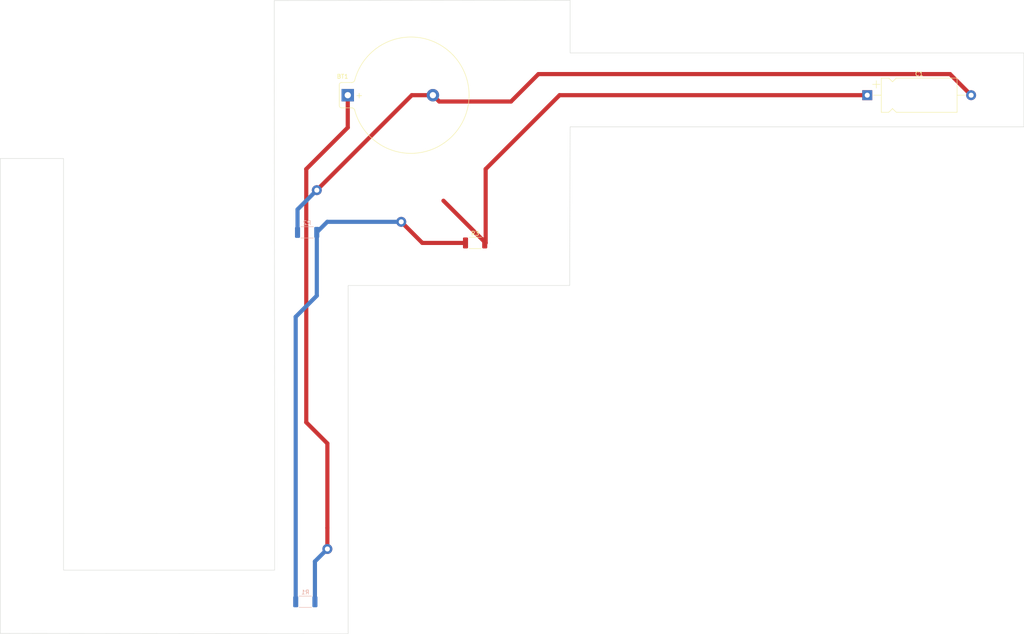
<source format=kicad_pcb>
(kicad_pcb (version 20211014) (generator pcbnew)
  (layers (0 "F.Cu" signal) (31 "B.Cu" signal) (34 "B.Paste" user) (35 "F.Paste" user) (36 "B.SilkS" user "B.Silkscreen") (37 "F.SilkS" user "F.Silkscreen") (38 "B.Mask" user) (39 "F.Mask" user) (44 "Edge.Cuts" user))
  (net 0 "")
  (net 1 "Net-(BT1-Pad1)")
  (net 2 "Net-(BT1-Pad2)")
  (net 3 "Net-(C1-Pad1)")
  (net 4 "Net-(R1-Pad2)")
  (footprint "Capacitor_THT:CP_Axial_L18.0mm_D8.0mm_P25.00mm_Horizontal" (layer "F.Cu") (at 185.82 50.8)
    (fp_text reference "C1" (at 12.5 -5.12) (layer "F.SilkS"))
    (fp_text value "C")
    (fp_line (start 2.18 -3.5) (end 2.18 -1.7) (layer "F.SilkS") (width 0.12))
    (fp_line (start 3.38 -4.12) (end 5.18 -4.12) (layer "F.SilkS") (width 0.12))
    (fp_line (start 3.38 -4.12) (end 3.38 4.12) (layer "F.SilkS") (width 0.12))
    (fp_line (start 6.98 -4.12) (end 21.62 -4.12) (layer "F.SilkS") (width 0.12))
    (fp_line (start 6.08 3.22) (end 6.98 4.12) (layer "F.SilkS") (width 0.12))
    (fp_line (start 6.08 -3.22) (end 6.98 -4.12) (layer "F.SilkS") (width 0.12))
    (fp_line (start 21.62 -4.12) (end 21.62 4.12) (layer "F.SilkS") (width 0.12))
    (fp_line (start 5.18 4.12) (end 6.08 3.22) (layer "F.SilkS") (width 0.12))
    (fp_line (start 5.18 -4.12) (end 6.08 -3.22) (layer "F.SilkS") (width 0.12))
    (fp_line (start 6.98 4.12) (end 21.62 4.12) (layer "F.SilkS") (width 0.12))
    (fp_line (start 1.28 -2.6) (end 3.08 -2.6) (layer "F.SilkS") (width 0.12))
    (fp_line (start 3.38 4.12) (end 5.18 4.12) (layer "F.SilkS") (width 0.12))
    (fp_line (start 23.56 0) (end 21.62 0) (layer "F.SilkS") (width 0.12))
    (fp_line (start 1.44 0) (end 3.38 0) (layer "F.SilkS") (width 0.12))
    (pad "1" thru_hole rect (at 0 0) (size 2.4 2.4) (drill 1.2) (layers *.Cu *.Mask) (net 3 "Net-(C1-Pad1)"))
    (pad "2" thru_hole oval (at 25 0) (size 2.4 2.4) (drill 1.2) (layers *.Cu *.Mask) (net 2 "Net-(BT1-Pad2)"))
  )
  (footprint "Resistor_SMD:R_2010_5025Metric" (layer "F.Cu") (at 91.44 86.36)
    (fp_text reference "R3" (at 0 -2.28) (layer "F.SilkS"))
    (fp_text value "R")
    (fp_line (start -1.527064 1.36) (end 1.527064 1.36) (layer "F.SilkS") (width 0.12))
    (fp_line (start -1.527064 -1.36) (end 1.527064 -1.36) (layer "F.SilkS") (width 0.12))
    (pad "1" smd roundrect (at -2.3125 0) (size 1.225 2.65) (layers "F.Cu" "F.Paste" "F.Mask") (roundrect_rratio 0.204082) (net 4 "Net-(R1-Pad2)"))
    (pad "2" smd roundrect (at 2.3125 0) (size 1.225 2.65) (layers "F.Cu" "F.Paste" "F.Mask") (roundrect_rratio 0.204082) (net 3 "Net-(C1-Pad1)"))
  )
  (footprint "Battery:BatteryHolder_Keystone_105_1x2430" (layer "F.Cu") (at 60.79 50.8)
    (fp_text reference "BT1" (at -1.25 -4.5) (layer "F.SilkS"))
    (fp_text value "Battery_Cell")
    (fp_text user "+" (at 2.75 0) (layer "F.SilkS") (effects (font (size 1.5 1.5))))
    (fp_line (start -1.5 3.05) (end 0.95 3.05) (layer "F.SilkS") (width 0.12))
    (fp_line (start -2.05 -2.5) (end -2.05 2.5) (layer "F.SilkS") (width 0.12))
    (fp_line (start 0.95 -3.05) (end -1.5 -3.05) (layer "F.SilkS") (width 0.12))
    (fp_arc (start 0.95 3.05) (mid 1.380182 3.185636) (end 1.654769 3.543485) (layer "F.SilkS") (width 0.12))
    (fp_arc (start 1.654769 -3.543485) (mid 1.380182 -3.185636) (end 0.95 -3.05) (layer "F.SilkS") (width 0.12))
    (fp_arc (start 29.199738 -0.015231) (mid 16.981862 13.885887) (end 1.65 3.52) (layer "F.SilkS") (width 0.12))
    (fp_arc (start 1.65 -3.52) (mid 16.981862 -13.885887) (end 29.199738 0.015231) (layer "F.SilkS") (width 0.12))
    (fp_arc (start -2.05 -2.5) (mid -1.888909 -2.888909) (end -1.5 -3.05) (layer "F.SilkS") (width 0.12))
    (fp_arc (start -1.5 3.05) (mid -1.888909 2.888909) (end -2.05 2.5) (layer "F.SilkS") (width 0.12))
    (pad "1" thru_hole rect (at 0 0) (size 3 3) (drill 1.5) (layers *.Cu *.Mask) (net 1 "Net-(BT1-Pad1)"))
    (pad "2" thru_hole circle (at 20.49 0) (size 3 3) (drill 1.5) (layers *.Cu *.Mask) (net 2 "Net-(BT1-Pad2)"))
  )
  (footprint "Resistor_SMD:R_2010_5025Metric" (layer "B.Cu") (at 51.01 83.82 180)
    (fp_text reference "R2" (at 0 2.28) (layer "B.SilkS") (effects (justify mirror)))
    (fp_text value "R")
    (fp_line (start -1.527064 -1.36) (end 1.527064 -1.36) (layer "B.SilkS") (width 0.12))
    (fp_line (start -1.527064 1.36) (end 1.527064 1.36) (layer "B.SilkS") (width 0.12))
    (pad "1" smd roundrect (at -2.3125 0 180) (size 1.225 2.65) (layers "B.Cu" "B.Paste" "B.Mask") (roundrect_rratio 0.204082) (net 4 "Net-(R1-Pad2)"))
    (pad "2" smd roundrect (at 2.3125 0 180) (size 1.225 2.65) (layers "B.Cu" "B.Paste" "B.Mask") (roundrect_rratio 0.204082) (net 2 "Net-(BT1-Pad2)"))
  )
  (footprint "Resistor_SMD:R_2010_5025Metric" (layer "B.Cu") (at 50.5725 172.72 180)
    (fp_text reference "R1" (at 0 2.28) (layer "B.SilkS") (effects (justify mirror)))
    (fp_text value "R")
    (fp_line (start -1.527064 1.36) (end 1.527064 1.36) (layer "B.SilkS") (width 0.12))
    (fp_line (start -1.527064 -1.36) (end 1.527064 -1.36) (layer "B.SilkS") (width 0.12))
    (pad "1" smd roundrect (at -2.3125 0 180) (size 1.225 2.65) (layers "B.Cu" "B.Paste" "B.Mask") (roundrect_rratio 0.204082) (net 1 "Net-(BT1-Pad1)"))
    (pad "2" smd roundrect (at 2.3125 0 180) (size 1.225 2.65) (layers "B.Cu" "B.Paste" "B.Mask") (roundrect_rratio 0.204082) (net 4 "Net-(R1-Pad2)"))
  )
  (gr_poly (pts (xy 114.3 40.64) (xy 223.52 40.64) (xy 223.52 58.42) (xy 114.3 58.42) (xy 114.21314 96.596332) (xy 60.87314 96.596332) (xy 60.87314 180.416332) (xy -22.86 180.34) (xy -22.86 66.04) (xy -7.62 66.04) (xy -7.62 165.1) (xy 43.18 165.1) (xy 43.18 147.32) (xy 43.18 142.24) (xy 43.18 132.08) (xy 43.09314 28.016332) (xy 114.3 27.94)) (layer "Edge.Cuts") (width 0.1) (fill none))
  (segment (start 60.79 50.8) (end 60.79 58.59) (width 1) (layer "F.Cu") (net 1))
  (segment (start 55.88 134.62) (end 55.88 154.94) (width 1) (layer "F.Cu") (net 1))
  (segment (start 60.79 58.59) (end 50.8 68.58) (width 1) (layer "F.Cu") (net 1))
  (segment (start 50.8 68.58) (end 50.8 129.54) (width 1) (layer "F.Cu") (net 1))
  (segment (start 50.8 129.54) (end 55.88 134.62) (width 1) (layer "F.Cu") (net 1))
  (segment (start 55.88 154.94) (end 55.88 160.02) (width 1) (layer "F.Cu") (net 1))
  (via (at 55.88 160.02) (size 2.4) (drill 1.2) (layers "F.Cu" "B.Cu") (net 1))
  (segment (start 52.885 163.015) (end 55.88 160.02) (width 1) (layer "B.Cu") (net 1))
  (segment (start 52.885 172.72) (end 52.885 163.015) (width 1) (layer "B.Cu") (net 1))
  (segment (start 53.34 73.66) (end 76.2 50.8) (width 1) (layer "F.Cu") (net 2))
  (segment (start 205.74 45.72) (end 210.82 50.8) (width 1) (layer "F.Cu") (net 2))
  (segment (start 106.68 45.72) (end 205.74 45.72) (width 1) (layer "F.Cu") (net 2))
  (segment (start 81.28 50.8) (end 82.805 52.325) (width 1) (layer "F.Cu") (net 2))
  (segment (start 82.805 52.325) (end 100.075 52.325) (width 1) (layer "F.Cu") (net 2))
  (segment (start 100.075 52.325) (end 106.68 45.72) (width 1) (layer "F.Cu") (net 2))
  (segment (start 76.2 50.8) (end 81.28 50.8) (width 1) (layer "F.Cu") (net 2))
  (via (at 53.34 73.66) (size 2.4) (drill 1.2) (layers "F.Cu" "B.Cu") (net 2))
  (segment (start 48.6975 83.82) (end 48.6975 78.3025) (width 1) (layer "B.Cu") (net 2))
  (segment (start 48.6975 78.3025) (end 53.34 73.66) (width 1) (layer "B.Cu") (net 2))
  (segment (start 93.98 86.36) (end 93.98 68.58) (width 1) (layer "F.Cu") (net 3))
  (segment (start 111.76 50.8) (end 185.82 50.8) (width 1) (layer "F.Cu") (net 3))
  (segment (start 93.98 68.58) (end 111.76 50.8) (width 1) (layer "F.Cu") (net 3))
  (segment (start 83.82 76.2) (end 93.98 86.36) (width 1) (layer "F.Cu") (net 3))
  (segment (start 78.74 86.36) (end 73.66 81.28) (width 1) (layer "F.Cu") (net 4))
  (segment (start 89.1275 86.36) (end 78.74 86.36) (width 1) (layer "F.Cu") (net 4))
  (via (at 73.66 81.28) (size 2.4) (drill 1.2) (layers "F.Cu" "B.Cu") (net 4))
  (segment (start 55.8625 81.28) (end 53.3225 83.82) (width 1) (layer "B.Cu") (net 4))
  (segment (start 53.3225 83.82) (end 53.34 83.8375) (width 1) (layer "B.Cu") (net 4))
  (segment (start 53.34 83.8375) (end 53.34 99.06) (width 1) (layer "B.Cu") (net 4))
  (segment (start 53.34 99.06) (end 48.26 104.14) (width 1) (layer "B.Cu") (net 4))
  (segment (start 48.26 104.14) (end 48.26 172.72) (width 1) (layer "B.Cu") (net 4))
  (segment (start 73.66 81.28) (end 55.8625 81.28) (width 1) (layer "B.Cu") (net 4))
)
</source>
